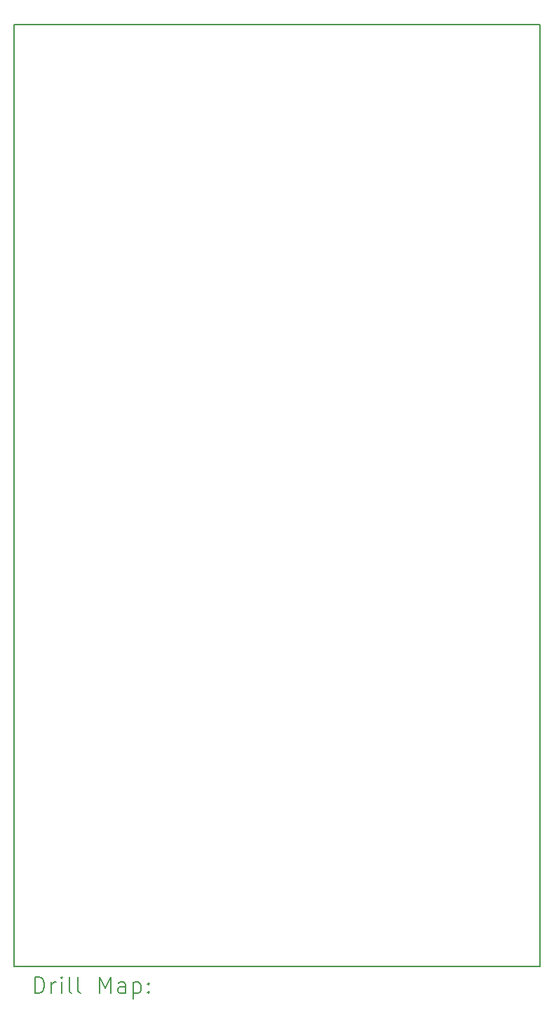
<source format=gbr>
%TF.GenerationSoftware,KiCad,Pcbnew,9.0.2*%
%TF.CreationDate,2025-09-11T00:30:21-04:00*%
%TF.ProjectId,FIRM_Interestlaunch,4649524d-5f49-46e7-9465-726573746c61,rev?*%
%TF.SameCoordinates,Original*%
%TF.FileFunction,Drillmap*%
%TF.FilePolarity,Positive*%
%FSLAX45Y45*%
G04 Gerber Fmt 4.5, Leading zero omitted, Abs format (unit mm)*
G04 Created by KiCad (PCBNEW 9.0.2) date 2025-09-11 00:30:21*
%MOMM*%
%LPD*%
G01*
G04 APERTURE LIST*
%ADD10C,0.200000*%
G04 APERTURE END LIST*
D10*
X11000000Y-2070000D02*
X17350000Y-2070000D01*
X17350000Y-13430000D01*
X11000000Y-13430000D01*
X11000000Y-2070000D01*
X11250777Y-13751484D02*
X11250777Y-13551484D01*
X11250777Y-13551484D02*
X11298396Y-13551484D01*
X11298396Y-13551484D02*
X11326967Y-13561008D01*
X11326967Y-13561008D02*
X11346015Y-13580055D01*
X11346015Y-13580055D02*
X11355539Y-13599103D01*
X11355539Y-13599103D02*
X11365062Y-13637198D01*
X11365062Y-13637198D02*
X11365062Y-13665769D01*
X11365062Y-13665769D02*
X11355539Y-13703865D01*
X11355539Y-13703865D02*
X11346015Y-13722912D01*
X11346015Y-13722912D02*
X11326967Y-13741960D01*
X11326967Y-13741960D02*
X11298396Y-13751484D01*
X11298396Y-13751484D02*
X11250777Y-13751484D01*
X11450777Y-13751484D02*
X11450777Y-13618150D01*
X11450777Y-13656246D02*
X11460301Y-13637198D01*
X11460301Y-13637198D02*
X11469824Y-13627674D01*
X11469824Y-13627674D02*
X11488872Y-13618150D01*
X11488872Y-13618150D02*
X11507920Y-13618150D01*
X11574586Y-13751484D02*
X11574586Y-13618150D01*
X11574586Y-13551484D02*
X11565062Y-13561008D01*
X11565062Y-13561008D02*
X11574586Y-13570531D01*
X11574586Y-13570531D02*
X11584110Y-13561008D01*
X11584110Y-13561008D02*
X11574586Y-13551484D01*
X11574586Y-13551484D02*
X11574586Y-13570531D01*
X11698396Y-13751484D02*
X11679348Y-13741960D01*
X11679348Y-13741960D02*
X11669824Y-13722912D01*
X11669824Y-13722912D02*
X11669824Y-13551484D01*
X11803158Y-13751484D02*
X11784110Y-13741960D01*
X11784110Y-13741960D02*
X11774586Y-13722912D01*
X11774586Y-13722912D02*
X11774586Y-13551484D01*
X12031729Y-13751484D02*
X12031729Y-13551484D01*
X12031729Y-13551484D02*
X12098396Y-13694341D01*
X12098396Y-13694341D02*
X12165062Y-13551484D01*
X12165062Y-13551484D02*
X12165062Y-13751484D01*
X12346015Y-13751484D02*
X12346015Y-13646722D01*
X12346015Y-13646722D02*
X12336491Y-13627674D01*
X12336491Y-13627674D02*
X12317443Y-13618150D01*
X12317443Y-13618150D02*
X12279348Y-13618150D01*
X12279348Y-13618150D02*
X12260301Y-13627674D01*
X12346015Y-13741960D02*
X12326967Y-13751484D01*
X12326967Y-13751484D02*
X12279348Y-13751484D01*
X12279348Y-13751484D02*
X12260301Y-13741960D01*
X12260301Y-13741960D02*
X12250777Y-13722912D01*
X12250777Y-13722912D02*
X12250777Y-13703865D01*
X12250777Y-13703865D02*
X12260301Y-13684817D01*
X12260301Y-13684817D02*
X12279348Y-13675293D01*
X12279348Y-13675293D02*
X12326967Y-13675293D01*
X12326967Y-13675293D02*
X12346015Y-13665769D01*
X12441253Y-13618150D02*
X12441253Y-13818150D01*
X12441253Y-13627674D02*
X12460301Y-13618150D01*
X12460301Y-13618150D02*
X12498396Y-13618150D01*
X12498396Y-13618150D02*
X12517443Y-13627674D01*
X12517443Y-13627674D02*
X12526967Y-13637198D01*
X12526967Y-13637198D02*
X12536491Y-13656246D01*
X12536491Y-13656246D02*
X12536491Y-13713388D01*
X12536491Y-13713388D02*
X12526967Y-13732436D01*
X12526967Y-13732436D02*
X12517443Y-13741960D01*
X12517443Y-13741960D02*
X12498396Y-13751484D01*
X12498396Y-13751484D02*
X12460301Y-13751484D01*
X12460301Y-13751484D02*
X12441253Y-13741960D01*
X12622205Y-13732436D02*
X12631729Y-13741960D01*
X12631729Y-13741960D02*
X12622205Y-13751484D01*
X12622205Y-13751484D02*
X12612682Y-13741960D01*
X12612682Y-13741960D02*
X12622205Y-13732436D01*
X12622205Y-13732436D02*
X12622205Y-13751484D01*
X12622205Y-13627674D02*
X12631729Y-13637198D01*
X12631729Y-13637198D02*
X12622205Y-13646722D01*
X12622205Y-13646722D02*
X12612682Y-13637198D01*
X12612682Y-13637198D02*
X12622205Y-13627674D01*
X12622205Y-13627674D02*
X12622205Y-13646722D01*
M02*

</source>
